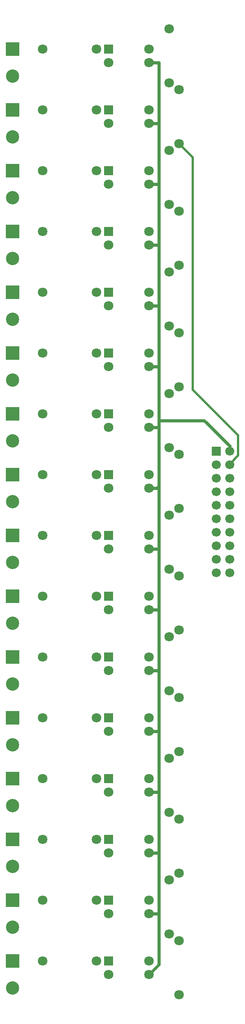
<source format=gbr>
G04 DipTrace 3.3.1.3*
G04 Top.gbr*
%MOMM*%
G04 #@! TF.FileFunction,Copper,L1,Top*
G04 #@! TF.Part,Single*
G04 #@! TA.AperFunction,Conductor*
%ADD13C,0.4*%
%ADD14C,0.6*%
G04 #@! TA.AperFunction,ComponentPad*
%ADD17C,2.5*%
%ADD18R,2.5X2.5*%
%ADD19C,1.7*%
%ADD20R,1.7X1.7*%
%ADD21C,1.8*%
%ADD22R,1.8X1.8*%
%FSLAX35Y35*%
G04*
G71*
G90*
G75*
G01*
G04 Top*
%LPD*%
X3738500Y18542000D2*
D14*
X3929000D1*
Y17399000D1*
Y16256000D1*
Y15113000D1*
Y13970000D1*
Y12827000D1*
Y11811000D1*
Y11684000D1*
Y10582297D1*
Y9398000D1*
Y8255000D1*
Y7112000D1*
Y5969000D1*
Y4826000D1*
Y3712660D1*
Y2540000D1*
Y1587500D1*
X3738500Y1397000D1*
Y2540000D2*
X3929000D1*
X3738500Y3683000D2*
X3899340D1*
X3929000Y3712660D1*
X3738500Y4826000D2*
X3929000D1*
X3738500Y5969000D2*
X3929000D1*
X3738500Y7112000D2*
X3929000D1*
X3738500Y8255000D2*
X3929000D1*
X3738500Y9398000D2*
X3929000D1*
X3738500Y10541000D2*
X3887703D1*
X3929000Y10582297D1*
X3738500Y11684000D2*
X3929000D1*
X3738500Y12827000D2*
X3929000D1*
X3738500Y13970000D2*
X3929000D1*
X3738500Y15113000D2*
X3929000D1*
X3738500Y16256000D2*
X3929000D1*
X3738500Y17399000D2*
X3929000D1*
X5262500Y11239500D2*
Y11334750D1*
X4786250Y11811000D1*
X3929000D1*
X5262500Y10985500D2*
D13*
Y11001373D1*
X5421250Y11160123D1*
Y11541127D1*
X4564000Y12398377D1*
Y16764000D1*
X4310000Y17018000D1*
D17*
X1165000Y18291803D3*
D18*
Y18799803D3*
D17*
Y17148803D3*
D18*
Y17656803D3*
D17*
Y16005803D3*
D18*
Y16513803D3*
D17*
Y14862803D3*
D18*
Y15370803D3*
D17*
Y13719803D3*
D18*
Y14227803D3*
D17*
Y12576803D3*
D18*
Y13084803D3*
D17*
Y11433803D3*
D18*
Y11941803D3*
D17*
Y10290803D3*
D18*
Y10798803D3*
D17*
Y9147803D3*
D18*
Y9655803D3*
D17*
Y8004803D3*
D18*
Y8512803D3*
D17*
Y6861803D3*
D18*
Y7369803D3*
D17*
Y5718803D3*
D18*
Y6226803D3*
D17*
Y4575803D3*
D18*
Y5083803D3*
D17*
Y3432803D3*
D18*
Y3940803D3*
D17*
Y2289803D3*
D18*
Y2797803D3*
D17*
Y1146803D3*
D18*
Y1654803D3*
D19*
X5262500Y8953500D3*
Y9207500D3*
Y9461500D3*
Y9715500D3*
Y9969500D3*
Y10223500D3*
Y10477500D3*
Y10731500D3*
Y10985500D3*
Y11239500D3*
D20*
X5008500D3*
D19*
Y10985500D3*
Y10731500D3*
Y10477500D3*
Y10223500D3*
Y9969500D3*
Y9715500D3*
Y9461500D3*
Y9207500D3*
Y8953500D3*
D21*
X2754250Y18796000D3*
X1738250D3*
X2754250Y17653000D3*
X1738250D3*
X2754250Y16510000D3*
X1738250D3*
X2754250Y15367000D3*
X1738250D3*
X2754250Y14224000D3*
X1738250D3*
X2754250Y13081000D3*
X1738250D3*
X2754250Y11938000D3*
X1738250D3*
X2754250Y10795000D3*
X1738250D3*
X2754250Y9652000D3*
X1738250D3*
X2754250Y8509000D3*
X1738250D3*
X2754250Y7366000D3*
X1738250D3*
X2754250Y6223000D3*
X1738250D3*
X2754250Y5080000D3*
X1738250D3*
X2754250Y3937000D3*
X1738250D3*
X2754250Y2794000D3*
X1738250D3*
X2754250Y1651000D3*
X1738250D3*
X4119500Y18161000D3*
Y19177000D3*
X4310000Y17018000D3*
Y18034000D3*
X4119500Y15875000D3*
Y16891000D3*
X4310000Y14732000D3*
Y15748000D3*
X4119500Y13589000D3*
Y14605000D3*
X4310000Y12446000D3*
Y13462000D3*
X4119500Y11303000D3*
Y12319000D3*
X4310000Y10160000D3*
Y11176000D3*
X4119500Y9017000D3*
Y10033000D3*
X4310000Y7874000D3*
Y8890000D3*
X4119500Y6731000D3*
Y7747000D3*
X4310000Y5588000D3*
Y6604000D3*
X4119500Y4445000D3*
Y5461000D3*
X4310000Y3302000D3*
Y4318000D3*
X4119500Y2159000D3*
Y3175000D3*
X4310000Y1016000D3*
Y2032000D3*
D22*
X2976500Y18796000D3*
D21*
Y18542000D3*
X3738500D3*
Y18796000D3*
D22*
X2976500Y17653000D3*
D21*
Y17399000D3*
X3738500D3*
Y17653000D3*
D22*
X2976500Y16510000D3*
D21*
Y16256000D3*
X3738500D3*
Y16510000D3*
D22*
X2976500Y15367000D3*
D21*
Y15113000D3*
X3738500D3*
Y15367000D3*
D22*
X2976500Y14224000D3*
D21*
Y13970000D3*
X3738500D3*
Y14224000D3*
D22*
X2976500Y13081000D3*
D21*
Y12827000D3*
X3738500D3*
Y13081000D3*
D22*
X2976500Y11938000D3*
D21*
Y11684000D3*
X3738500D3*
Y11938000D3*
D22*
X2976500Y10795000D3*
D21*
Y10541000D3*
X3738500D3*
Y10795000D3*
D22*
X2976500Y9652000D3*
D21*
Y9398000D3*
X3738500D3*
Y9652000D3*
D22*
X2976500Y8509000D3*
D21*
Y8255000D3*
X3738500D3*
Y8509000D3*
D22*
X2976500Y7366000D3*
D21*
Y7112000D3*
X3738500D3*
Y7366000D3*
D22*
X2976500Y6223000D3*
D21*
Y5969000D3*
X3738500D3*
Y6223000D3*
D22*
X2976500Y5080000D3*
D21*
Y4826000D3*
X3738500D3*
Y5080000D3*
D22*
X2976500Y3937000D3*
D21*
Y3683000D3*
X3738500D3*
Y3937000D3*
D22*
X2976500Y2794000D3*
D21*
Y2540000D3*
X3738500D3*
Y2794000D3*
D22*
X2976500Y1651000D3*
D21*
Y1397000D3*
X3738500D3*
Y1651000D3*
M02*

</source>
